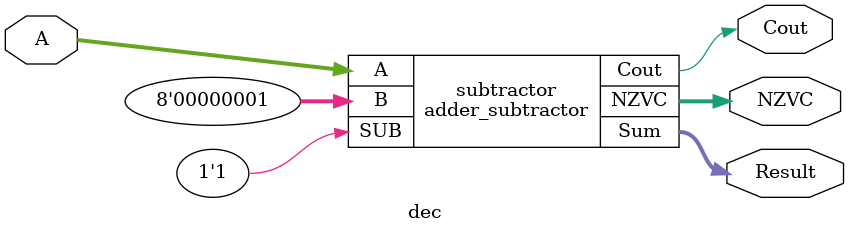
<source format=sv>
module half_adder (output Sum, Cout, input A ,B);
  xor (Sum, A, B);
  and (Cout, A, B);
endmodule

module full_adder(output Sum, Carry, input Cin, A, B);
  wire HA1_sum, HA1_cout, HA2_cout;

  half_adder M1(.Cout(HA1_cout), .Sum(HA1_sum), .A(A), .B(B));
  half_adder M2(.Sum(Sum), .Cout(HA2_cout), .A(Cin), .B(HA1_sum));

  or M3 (Carry, HA1_cout, HA2_cout);
endmodule

//---------------------------------------------------------------
// Somador/Subtrator de 8 bits
//---------------------------------------------------------------
module adder_subtractor(
    output wire [7:0] Sum,
    output wire Cout,
    output wire [3:0] NZVC,   // [N, Z, V, C]
    input wire [7:0] A, B,
    input wire SUB // 0 = Adição, 1 = Subtração
);
    wire [7:0] B_xor;
    wire C1, C2, C3, C4, C5, C6, C7;

    // Calcula o complemento de dois de B caso SUB esteja ativo
    assign B_xor = B ^ {8{SUB}};

    // Cadeia de somadores completos
    full_adder U1 (.Sum(Sum[0]), .Carry(C1), .A(A[0]), .B(B_xor[0]), .Cin(SUB));
    full_adder U2 (.Sum(Sum[1]), .Carry(C2), .A(A[1]), .B(B_xor[1]), .Cin(C1));
    full_adder U3 (.Sum(Sum[2]), .Carry(C3), .A(A[2]), .B(B_xor[2]), .Cin(C2));
    full_adder U4 (.Sum(Sum[3]), .Carry(C4), .A(A[3]), .B(B_xor[3]), .Cin(C3));
    full_adder U5 (.Sum(Sum[4]), .Carry(C5), .A(A[4]), .B(B_xor[4]), .Cin(C4));
    full_adder U6 (.Sum(Sum[5]), .Carry(C6), .A(A[5]), .B(B_xor[5]), .Cin(C5));
    full_adder U7 (.Sum(Sum[6]), .Carry(C7), .A(A[6]), .B(B_xor[6]), .Cin(C6));
    full_adder U8 (.Sum(Sum[7]), .Carry(Cout), .A(A[7]), .B(B_xor[7]), .Cin(C7));

    // Flags:
    // N = bit mais significativo do resultado
    // Z = 1 se resultado for zero
    // V = overflow (carry do penúltimo bit XOR carry final)
    // C = carry out final
    assign NZVC[3] = Sum[7];
    assign NZVC[2] = (Sum == 8'b0);
    assign NZVC[1] = C7 ^ Cout; 
    assign NZVC[0] = Cout;
endmodule

//---------------------------------------------------------------
// Multiplicador de 8 bits
//---------------------------------------------------------------
module multiplier(
    input wire [7:0] A,  // Multiplicando
    input wire [7:0] B,  // Multiplicador
    output wire [15:0] P, // Produto
    output wire [3:0] NZVC // [N, Z, V, C]
);
    wire [7:0] pp0, pp1, pp2, pp3, pp4, pp5, pp6, pp7; // Partial products
    wire [15:0] sum1, sum2, sum3, sum4, sum5, sum6, sum7;

    // Calcula os partial products diretamente
    assign pp0 = A & {8{B[0]}};
    assign pp1 = A & {8{B[1]}};
    assign pp2 = A & {8{B[2]}};
    assign pp3 = A & {8{B[3]}};
    assign pp4 = A & {8{B[4]}};
    assign pp5 = A & {8{B[5]}};
    assign pp6 = A & {8{B[6]}};
    assign pp7 = A & {8{B[7]}};

    // Soma os partial products com deslocamento adequado
    assign sum1 = {pp1, 1'b0} + {1'b0, pp0};
    assign sum2 = {pp2, 2'b0} + sum1;
    assign sum3 = {pp3, 3'b0} + sum2;
    assign sum4 = {pp4, 4'b0} + sum3;
    assign sum5 = {pp5, 5'b0} + sum4;
    assign sum6 = {pp6, 6'b0} + sum5;
    assign sum7 = {pp7, 7'b0} + sum6;

    // Produto final
    assign P = sum7;

    // Flags:
    // Para 16 bits, consideramos:
    // N = bit 15
    // Z = 1 se produto for todo zero
    // V = 1 se algum bit além do 7 estiver setado (extrapolou 8 bits) - suposição
    // C = não se aplica para multiplicação pura
    assign NZVC[3] = P[15];
    assign NZVC[2] = (P == 16'b0);
    assign NZVC[1] = |P[15:8]; // Overflow se ultrapassar 8 bits
    assign NZVC[0] = 1'b0;
endmodule

//---------------------------------------------------------------
// Divisor de 8 bits
//--------------------------------
module divider(
    input wire clk, // Clock para controle
    input wire [7:0] dividend, 
    input wire [7:0] divisor,
    output reg [7:0] quotient, 
    output reg [7:0] remainder,
    output wire [3:0] NZVC  // [N, Z, V, C]
);
    reg [7:0] temp_dividend;
    reg [7:0] temp_quotient;
    integer i;

    always @(posedge clk) begin
      temp_dividend = dividend;
      temp_quotient = 0;

      if (divisor != 0) begin
        for (i = 7; i >= 0; i = i - 1) begin
          if (temp_dividend >= ({7'b0, divisor} << i)) begin
            temp_dividend = temp_dividend - ({7'b0, divisor} << i);
            temp_quotient = temp_quotient | (1 << i);
          end
        end

        quotient = temp_quotient;
        remainder = temp_dividend;
      end else begin
        quotient = 8'b0;
        remainder = 8'b0;
      end
    end

    // Flags:
    // N = bit mais significativo do quociente (outra forma de interpretar)
    // Z = 1 se quociente for zero
    // V = 0 (não estamos detectando overflow de sinal aqui)
    // C = 0 (não se aplica para divisão simples)
    assign NZVC[3] = quotient[7];
    assign NZVC[2] = (quotient == 8'b0);
    assign NZVC[1] = 1'b0;
    assign NZVC[0] = 1'b0;
endmodule

module div(
    input wire clk,
    input wire [7:0] dividend,
    input wire [7:0] divisor,
  output wire [7:0] quotient,
  output wire [3:0] NZVC
);
  wire [7:0] remainder; // Ignorado neste módulo

  divider u_divider (
    .clk(clk),
    .dividend(dividend),
    .divisor(divisor),
    .quotient(quotient),
    .remainder(remainder),
    .NZVC(NZVC)
  );
endmodule

module mod(
    input wire clk,
    input wire [7:0] dividend,
    input wire [7:0] divisor,
  output wire [7:0] remainder,
  output wire [3:0] NZVC
);
  wire [7:0] quotient;    // Ignorado neste módulo

  divider u_divider (
    .clk(clk),
    .dividend(dividend),
    .divisor(divisor),
    .quotient(quotient),
    .remainder(remainder),
    .NZVC(NZVC)
  );
endmodule

//---------------------------------------------------------------
// Incrementador de 8 bits
//---------------------------------------------------------------
module inc(
    input wire [7:0] A,        // Valor a ser incrementado
    output wire [7:0] Result,  // Resultado do incremento
    output wire Cout,          // Carry out
    output wire [3:0] NZVC     // [N, Z, V, C]
);
    // Incrementa A adicionando 1 (SUB = 0 para adição)
    adder_subtractor adder (
        .Sum(Result),
        .Cout(Cout),
      .NZVC(NZVC),
        .A(A),
        .B(8'b00000001),
        .SUB(1'b0)
    );
endmodule

//---------------------------------------------------------------
// Decrementador de 8 bits
//---------------------------------------------------------------
module dec(
    input wire [7:0] A,        // Valor a ser decrementado
    output wire [7:0] Result,  // Resultado do decremento
    output wire Cout,          // Borrow out
    output wire [3:0] NZVC     // [N, Z, V, C]
);
    // Decrementa A subtraindo 1 (SUB = 1)
    adder_subtractor subtractor (
        .Sum(Result),
        .Cout(Cout),
      .NZVC(NZVC),
        .A(A),
        .B(8'b00000001),
        .SUB(1'b1)
    );
endmodule

</source>
